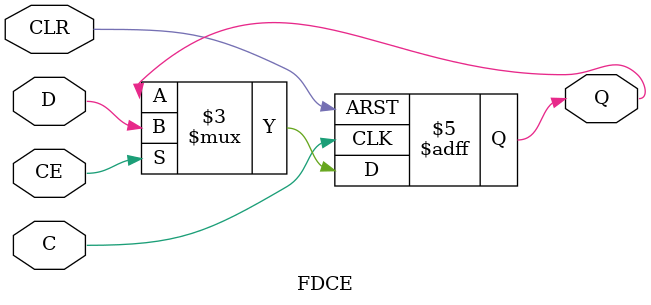
<source format=v>
module FDCE #(
    parameter INIT = 1'b0  // Initial value of register
)(
    output reg  Q,   // Data output
    input  wire C,   // Clock input
    input  wire CE,  // Clock Enable input
    input  wire CLR, // Asynchronous Clear input
    input  wire D    // Data input
);

    // ---------------------------
    // D Flip-Flop with CE and async Clear
    // ---------------------------
    always @(posedge C or posedge CLR) begin
        if (CLR)
            Q <= 1'b0;
        else if (CE)
            Q <= D;
    end

    // Optional: initial value for simulation
    initial Q = INIT;

endmodule

</source>
